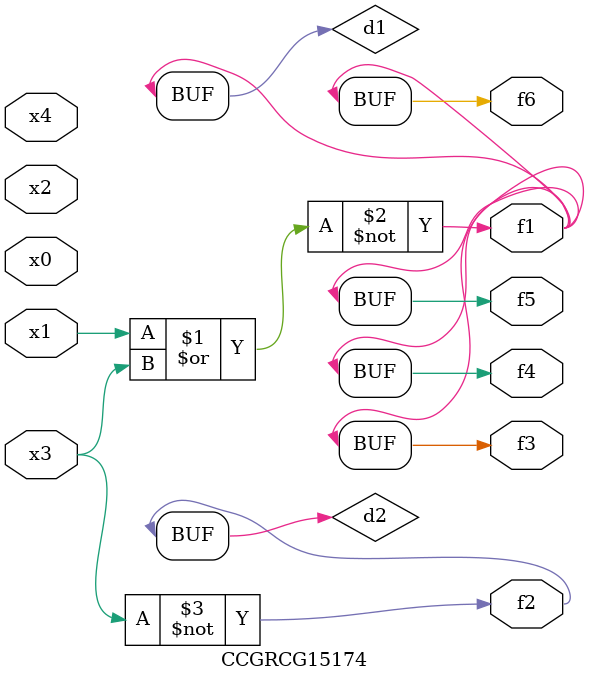
<source format=v>
module CCGRCG15174(
	input x0, x1, x2, x3, x4,
	output f1, f2, f3, f4, f5, f6
);

	wire d1, d2;

	nor (d1, x1, x3);
	not (d2, x3);
	assign f1 = d1;
	assign f2 = d2;
	assign f3 = d1;
	assign f4 = d1;
	assign f5 = d1;
	assign f6 = d1;
endmodule

</source>
